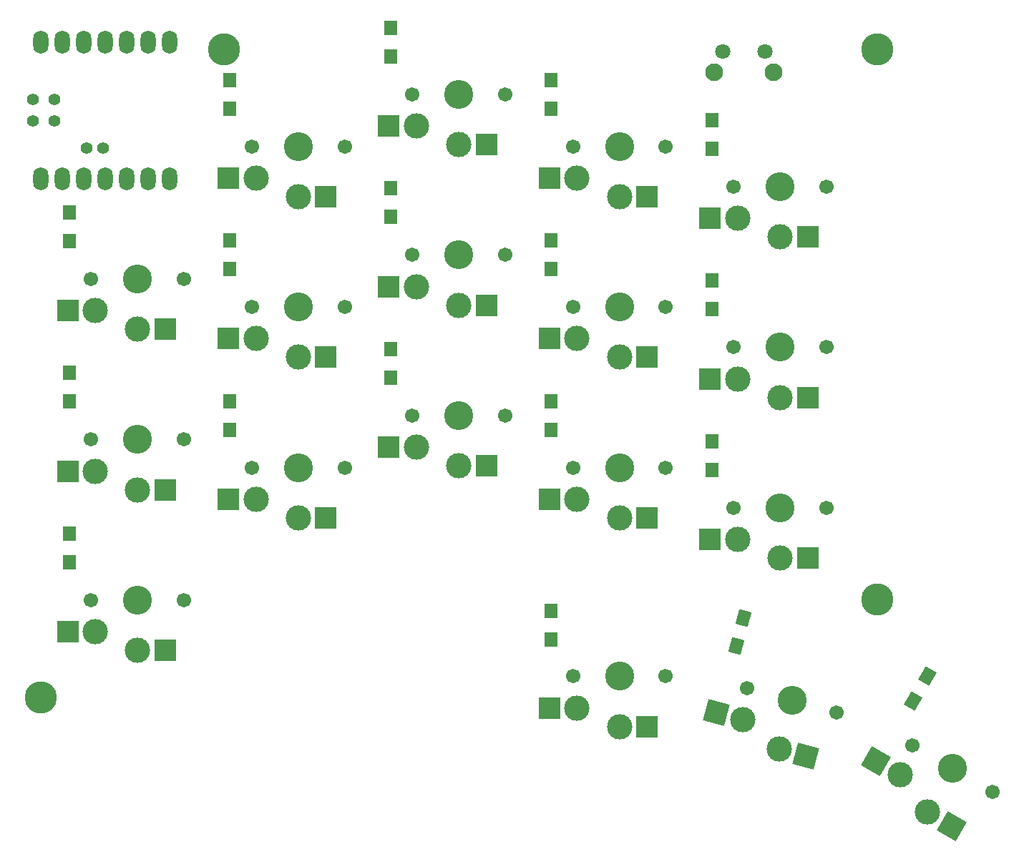
<source format=gbr>
%TF.GenerationSoftware,KiCad,Pcbnew,7.0.1*%
%TF.CreationDate,2023-05-27T21:31:49-04:00*%
%TF.ProjectId,pcb-left,7063622d-6c65-4667-942e-6b696361645f,0.3*%
%TF.SameCoordinates,Original*%
%TF.FileFunction,Soldermask,Bot*%
%TF.FilePolarity,Negative*%
%FSLAX46Y46*%
G04 Gerber Fmt 4.6, Leading zero omitted, Abs format (unit mm)*
G04 Created by KiCad (PCBNEW 7.0.1) date 2023-05-27 21:31:49*
%MOMM*%
%LPD*%
G01*
G04 APERTURE LIST*
G04 Aperture macros list*
%AMRotRect*
0 Rectangle, with rotation*
0 The origin of the aperture is its center*
0 $1 length*
0 $2 width*
0 $3 Rotation angle, in degrees counterclockwise*
0 Add horizontal line*
21,1,$1,$2,0,0,$3*%
G04 Aperture macros list end*
%ADD10C,1.701800*%
%ADD11C,3.000000*%
%ADD12C,3.429000*%
%ADD13R,2.600000X2.600000*%
%ADD14RotRect,2.600000X2.600000X150.000000*%
%ADD15RotRect,2.600000X2.600000X165.000000*%
%ADD16C,1.800000*%
%ADD17C,2.100000*%
%ADD18C,3.800000*%
%ADD19O,1.800000X2.750000*%
%ADD20C,1.397000*%
%ADD21RotRect,1.800000X1.500000X240.000000*%
%ADD22R,1.500000X1.800000*%
%ADD23RotRect,1.800000X1.500000X255.000000*%
G04 APERTURE END LIST*
D10*
%TO.C,SWL5*%
X122515625Y-54850000D03*
D11*
X123015625Y-58600000D03*
D12*
X128015625Y-54850000D03*
D11*
X128015625Y-60800000D03*
D10*
X133515625Y-54850000D03*
D13*
X131290625Y-60800000D03*
X119740625Y-58600000D03*
%TD*%
D10*
%TO.C,SWL13*%
X84515625Y-81925000D03*
D11*
X85015625Y-85675000D03*
D12*
X90015625Y-81925000D03*
D11*
X90015625Y-87875000D03*
D10*
X95515625Y-81925000D03*
D13*
X93290625Y-87875000D03*
X81740625Y-85675000D03*
%TD*%
D10*
%TO.C,SWL9*%
X103515625Y-69100000D03*
D11*
X104015625Y-72850000D03*
D12*
X109015625Y-69100000D03*
D11*
X109015625Y-75050000D03*
D10*
X114515625Y-69100000D03*
D13*
X112290625Y-75050000D03*
X100740625Y-72850000D03*
%TD*%
D10*
%TO.C,SWL18*%
X143677485Y-120975000D03*
D11*
X142235498Y-124472595D03*
D12*
X148440625Y-123725000D03*
D11*
X145465625Y-128877851D03*
D10*
X153203765Y-126475000D03*
D14*
X148301858Y-130515351D03*
X139399265Y-122835095D03*
%TD*%
D10*
%TO.C,SWL1*%
X46515625Y-65775000D03*
D11*
X47015625Y-69525000D03*
D12*
X52015625Y-65775000D03*
D11*
X52015625Y-71725000D03*
D10*
X57515625Y-65775000D03*
D13*
X55290625Y-71725000D03*
X43740625Y-69525000D03*
%TD*%
D10*
%TO.C,SWL17*%
X124128033Y-114226495D03*
D11*
X123640424Y-117978127D03*
D12*
X129440625Y-115650000D03*
D11*
X127900652Y-121397259D03*
D10*
X134753217Y-117073505D03*
D15*
X131064059Y-122244891D03*
X120477017Y-117130494D03*
%TD*%
D10*
%TO.C,SWL7*%
X65515625Y-69100000D03*
D11*
X66015625Y-72850000D03*
D12*
X71015625Y-69100000D03*
D11*
X71015625Y-75050000D03*
D10*
X76515625Y-69100000D03*
D13*
X74290625Y-75050000D03*
X62740625Y-72850000D03*
%TD*%
D10*
%TO.C,SWL15*%
X122515625Y-92850000D03*
D11*
X123015625Y-96600000D03*
D12*
X128015625Y-92850000D03*
D11*
X128015625Y-98800000D03*
D10*
X133515625Y-92850000D03*
D13*
X131290625Y-98800000D03*
X119740625Y-96600000D03*
%TD*%
D10*
%TO.C,SWL4*%
X103515625Y-50100000D03*
D11*
X104015625Y-53850000D03*
D12*
X109015625Y-50100000D03*
D11*
X109015625Y-56050000D03*
D10*
X114515625Y-50100000D03*
D13*
X112290625Y-56050000D03*
X100740625Y-53850000D03*
%TD*%
D10*
%TO.C,SWL14*%
X103515625Y-88100000D03*
D11*
X104015625Y-91850000D03*
D12*
X109015625Y-88100000D03*
D11*
X109015625Y-94050000D03*
D10*
X114515625Y-88100000D03*
D13*
X112290625Y-94050000D03*
X100740625Y-91850000D03*
%TD*%
D10*
%TO.C,SWL8*%
X84515625Y-62925000D03*
D11*
X85015625Y-66675000D03*
D12*
X90015625Y-62925000D03*
D11*
X90015625Y-68875000D03*
D10*
X95515625Y-62925000D03*
D13*
X93290625Y-68875000D03*
X81740625Y-66675000D03*
%TD*%
D10*
%TO.C,SWL10*%
X122515625Y-73850000D03*
D11*
X123015625Y-77600000D03*
D12*
X128015625Y-73850000D03*
D11*
X128015625Y-79800000D03*
D10*
X133515625Y-73850000D03*
D13*
X131290625Y-79800000D03*
X119740625Y-77600000D03*
%TD*%
D10*
%TO.C,SWL11*%
X46515625Y-103775000D03*
D11*
X47015625Y-107525000D03*
D12*
X52015625Y-103775000D03*
D11*
X52015625Y-109725000D03*
D10*
X57515625Y-103775000D03*
D13*
X55290625Y-109725000D03*
X43740625Y-107525000D03*
%TD*%
D10*
%TO.C,SWL3*%
X84515625Y-43925000D03*
D11*
X85015625Y-47675000D03*
D12*
X90015625Y-43925000D03*
D11*
X90015625Y-49875000D03*
D10*
X95515625Y-43925000D03*
D13*
X93290625Y-49875000D03*
X81740625Y-47675000D03*
%TD*%
D10*
%TO.C,SWL6*%
X46515625Y-84775000D03*
D11*
X47015625Y-88525000D03*
D12*
X52015625Y-84775000D03*
D11*
X52015625Y-90725000D03*
D10*
X57515625Y-84775000D03*
D13*
X55290625Y-90725000D03*
X43740625Y-88525000D03*
%TD*%
D16*
%TO.C,RSW1*%
X126240625Y-38830000D03*
X121240625Y-38830000D03*
D17*
X120240625Y-41330000D03*
X127240625Y-41330000D03*
%TD*%
D18*
%TO.C,REF\u002A\u002A*%
X139512297Y-103739073D03*
%TD*%
D19*
%TO.C,U1*%
X40595625Y-53920000D03*
X43135625Y-53920000D03*
X45675625Y-53920000D03*
X48215625Y-53920000D03*
X50755625Y-53920000D03*
X53295625Y-53920000D03*
X55835625Y-53920000D03*
X55835625Y-37730000D03*
X53295625Y-37730000D03*
X50755625Y-37730000D03*
X48215625Y-37730000D03*
X45675625Y-37730000D03*
X43135625Y-37730000D03*
X40595625Y-37730000D03*
D20*
X39643625Y-47095000D03*
X39643625Y-44555000D03*
X42183625Y-47095000D03*
X42183625Y-44555000D03*
X47898625Y-50270000D03*
X45993625Y-50270000D03*
%TD*%
D18*
%TO.C,REF\u002A\u002A*%
X40522298Y-115278567D03*
%TD*%
%TO.C,REF\u002A\u002A*%
X139512298Y-38603567D03*
%TD*%
D10*
%TO.C,SWL12*%
X65515625Y-88100000D03*
D11*
X66015625Y-91850000D03*
D12*
X71015625Y-88100000D03*
D11*
X71015625Y-94050000D03*
D10*
X76515625Y-88100000D03*
D13*
X74290625Y-94050000D03*
X62740625Y-91850000D03*
%TD*%
D10*
%TO.C,SWL2*%
X65515625Y-50100000D03*
D11*
X66015625Y-53850000D03*
D12*
X71015625Y-50100000D03*
D11*
X71015625Y-56050000D03*
D10*
X76515625Y-50100000D03*
D13*
X74290625Y-56050000D03*
X62740625Y-53850000D03*
%TD*%
D18*
%TO.C,REF\u002A\u002A*%
X62262298Y-38603567D03*
%TD*%
D10*
%TO.C,SWL16*%
X103515625Y-112800000D03*
D11*
X104015625Y-116550000D03*
D12*
X109015625Y-112800000D03*
D11*
X109015625Y-118750000D03*
D10*
X114515625Y-112800000D03*
D13*
X112290625Y-118750000D03*
X100740625Y-116550000D03*
%TD*%
D21*
%TO.C,DL18*%
X145490625Y-112752757D03*
X143790625Y-115697243D03*
%TD*%
D22*
%TO.C,DL13*%
X81940625Y-74050000D03*
X81940625Y-77450000D03*
%TD*%
%TO.C,DL3*%
X81940625Y-36050000D03*
X81940625Y-39450000D03*
%TD*%
%TO.C,DL2*%
X62940625Y-42225000D03*
X62940625Y-45625000D03*
%TD*%
%TO.C,DL9*%
X100940625Y-61225000D03*
X100940625Y-64625000D03*
%TD*%
%TO.C,DL5*%
X119940625Y-46975000D03*
X119940625Y-50375000D03*
%TD*%
%TO.C,DL11*%
X43921875Y-95900000D03*
X43921875Y-99300000D03*
%TD*%
D23*
%TO.C,DL17*%
X123705617Y-105932926D03*
X122825633Y-109217074D03*
%TD*%
D22*
%TO.C,DL14*%
X100940625Y-80225000D03*
X100940625Y-83625000D03*
%TD*%
%TO.C,DL1*%
X43921875Y-57900000D03*
X43921875Y-61300000D03*
%TD*%
%TO.C,DL15*%
X119940625Y-84975000D03*
X119940625Y-88375000D03*
%TD*%
%TO.C,DL6*%
X43940625Y-76900000D03*
X43940625Y-80300000D03*
%TD*%
%TO.C,DL4*%
X100940625Y-42225000D03*
X100940625Y-45625000D03*
%TD*%
%TO.C,DL7*%
X62940625Y-61225000D03*
X62940625Y-64625000D03*
%TD*%
%TO.C,DL10*%
X119940625Y-65975000D03*
X119940625Y-69375000D03*
%TD*%
%TO.C,DL12*%
X62940625Y-80225000D03*
X62940625Y-83625000D03*
%TD*%
%TO.C,DL16*%
X100940625Y-105065625D03*
X100940625Y-108465625D03*
%TD*%
%TO.C,DL8*%
X81940625Y-55050000D03*
X81940625Y-58450000D03*
%TD*%
M02*

</source>
